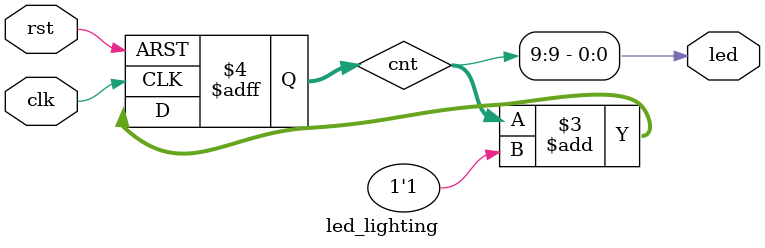
<source format=v>
module led_lighting(
	clk,
	rst,
	led
);

parameter cnt_msb = 10;

input clk;
input rst;

output led;

reg [(cnt_msb-1):0]cnt;

always@(posedge clk or negedge rst)
	if(!rst)
		cnt <= 10'd0;
	else
		cnt <= cnt+1'b1;

assign led = cnt[cnt_msb-1];

		
endmodule 

</source>
